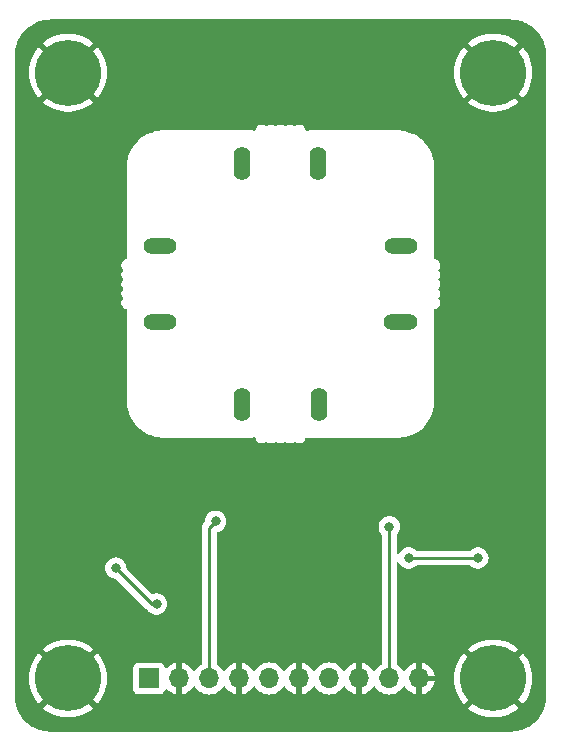
<source format=gbr>
%TF.GenerationSoftware,KiCad,Pcbnew,7.0.7*%
%TF.CreationDate,2023-10-25T15:55:26-07:00*%
%TF.ProjectId,sfh2430_breakout,73666832-3433-4305-9f62-7265616b6f75,rev?*%
%TF.SameCoordinates,Original*%
%TF.FileFunction,Copper,L2,Bot*%
%TF.FilePolarity,Positive*%
%FSLAX46Y46*%
G04 Gerber Fmt 4.6, Leading zero omitted, Abs format (unit mm)*
G04 Created by KiCad (PCBNEW 7.0.7) date 2023-10-25 15:55:26*
%MOMM*%
%LPD*%
G01*
G04 APERTURE LIST*
%TA.AperFunction,CastellatedPad*%
%ADD10C,1.400000*%
%TD*%
%TA.AperFunction,SMDPad,CuDef*%
%ADD11R,1.400000X1.400000*%
%TD*%
%TA.AperFunction,ComponentPad*%
%ADD12C,5.600000*%
%TD*%
%TA.AperFunction,ComponentPad*%
%ADD13R,1.700000X1.700000*%
%TD*%
%TA.AperFunction,ComponentPad*%
%ADD14O,1.700000X1.700000*%
%TD*%
%TA.AperFunction,ViaPad*%
%ADD15C,0.800000*%
%TD*%
%TA.AperFunction,Conductor*%
%ADD16C,0.250000*%
%TD*%
G04 APERTURE END LIST*
D10*
%TO.P,J9,1,Pin_1*%
%TO.N,Net-(D2-A)*%
X61900000Y-65450000D03*
D11*
X62600000Y-65450000D03*
D10*
X63300000Y-65450000D03*
%TD*%
D12*
%TO.P,H3,1,1*%
%TO.N,GND*%
X90800000Y-50800000D03*
%TD*%
D10*
%TO.P,J10,1,Pin_1*%
%TO.N,Net-(D3-K)*%
X69500000Y-59200000D03*
D11*
X69500000Y-58500000D03*
D10*
X69500000Y-57800000D03*
%TD*%
%TO.P,J7,1,Pin_1*%
%TO.N,Net-(D1-A)*%
X69550000Y-79600000D03*
D11*
X69550000Y-78900000D03*
D10*
X69550000Y-78200000D03*
%TD*%
%TO.P,J8,1,Pin_1*%
%TO.N,Net-(D2-K)*%
X61900000Y-71950000D03*
D11*
X62600000Y-71950000D03*
D10*
X63300000Y-71950000D03*
%TD*%
%TO.P,J6,1,Pin_1*%
%TO.N,Net-(D1-K)*%
X76050000Y-79600000D03*
D11*
X76050000Y-78900000D03*
D10*
X76050000Y-78200000D03*
%TD*%
D12*
%TO.P,H2,1,1*%
%TO.N,GND*%
X54800000Y-102100000D03*
%TD*%
D13*
%TO.P,J5,1,Pin_1*%
%TO.N,+3V3*%
X61675000Y-102100000D03*
D14*
%TO.P,J5,2,Pin_2*%
%TO.N,GND*%
X64215000Y-102100000D03*
%TO.P,J5,3,Pin_3*%
%TO.N,/OUTA*%
X66755000Y-102100000D03*
%TO.P,J5,4,Pin_4*%
%TO.N,GND*%
X69295000Y-102100000D03*
%TO.P,J5,5,Pin_5*%
%TO.N,/OUTB*%
X71835000Y-102100000D03*
%TO.P,J5,6,Pin_6*%
%TO.N,GND*%
X74375000Y-102100000D03*
%TO.P,J5,7,Pin_7*%
%TO.N,/OUTC*%
X76915000Y-102100000D03*
%TO.P,J5,8,Pin_8*%
%TO.N,GND*%
X79455000Y-102100000D03*
%TO.P,J5,9,Pin_9*%
%TO.N,/OUTD*%
X81995000Y-102100000D03*
%TO.P,J5,10,Pin_10*%
%TO.N,GND*%
X84535000Y-102100000D03*
%TD*%
D12*
%TO.P,H1,1,1*%
%TO.N,GND*%
X54800000Y-50800000D03*
%TD*%
D10*
%TO.P,J13,1,Pin_1*%
%TO.N,Net-(D4-A)*%
X82250000Y-71950000D03*
D11*
X82950000Y-71950000D03*
D10*
X83650000Y-71950000D03*
%TD*%
D12*
%TO.P,H4,1,1*%
%TO.N,GND*%
X90800000Y-102100000D03*
%TD*%
D10*
%TO.P,J11,1,Pin_1*%
%TO.N,Net-(D3-A)*%
X76000000Y-59200000D03*
D11*
X76000000Y-58500000D03*
D10*
X76000000Y-57800000D03*
%TD*%
%TO.P,J12,1,Pin_1*%
%TO.N,Net-(D4-K)*%
X82300000Y-65450000D03*
D11*
X83000000Y-65450000D03*
D10*
X83700000Y-65450000D03*
%TD*%
D15*
%TO.N,/OUTA*%
X67300000Y-88800000D03*
%TO.N,Net-(J2-Pin_2)*%
X62300000Y-95800000D03*
X58850000Y-92750000D03*
%TO.N,/OUTD*%
X82000000Y-89250000D03*
%TO.N,GND*%
X87250000Y-61950000D03*
X87250000Y-59450000D03*
%TO.N,Net-(J3-Pin_2)*%
X83650000Y-91900000D03*
X89500000Y-91900000D03*
%TD*%
D16*
%TO.N,/OUTA*%
X66755000Y-89345000D02*
X66755000Y-102100000D01*
X67300000Y-88800000D02*
X66755000Y-89345000D01*
%TO.N,Net-(J2-Pin_2)*%
X61900000Y-95800000D02*
X62300000Y-95800000D01*
X58850000Y-92750000D02*
X61900000Y-95800000D01*
%TO.N,/OUTD*%
X81995000Y-89255000D02*
X81995000Y-102100000D01*
X82000000Y-89250000D02*
X81995000Y-89255000D01*
%TO.N,+3V3*%
X61675000Y-102100000D02*
X61675000Y-101825000D01*
X61675000Y-101825000D02*
X61400000Y-101550000D01*
%TO.N,Net-(J3-Pin_2)*%
X89500000Y-91900000D02*
X83650000Y-91900000D01*
%TD*%
%TA.AperFunction,Conductor*%
%TO.N,GND*%
G36*
X92280300Y-46300584D02*
G01*
X92410034Y-46307383D01*
X92571269Y-46316446D01*
X92595891Y-46317831D01*
X92602098Y-46318495D01*
X92752583Y-46342328D01*
X92917075Y-46370276D01*
X92922709Y-46371507D01*
X93074354Y-46412139D01*
X93230651Y-46457167D01*
X93235658Y-46458846D01*
X93384154Y-46515847D01*
X93532942Y-46577476D01*
X93537322Y-46579496D01*
X93622427Y-46622859D01*
X93680085Y-46652237D01*
X93820416Y-46729794D01*
X93824146Y-46732033D01*
X93898176Y-46780108D01*
X93959155Y-46819708D01*
X94049143Y-46883557D01*
X94089421Y-46912136D01*
X94089691Y-46912327D01*
X94092820Y-46914700D01*
X94217153Y-47015382D01*
X94219397Y-47017292D01*
X94337673Y-47122989D01*
X94340178Y-47125359D01*
X94390227Y-47175407D01*
X94453323Y-47238502D01*
X94455712Y-47241030D01*
X94455933Y-47241277D01*
X94561395Y-47359288D01*
X94563326Y-47361558D01*
X94663984Y-47485859D01*
X94666341Y-47488965D01*
X94753852Y-47612300D01*
X94758982Y-47619530D01*
X94846641Y-47754512D01*
X94848908Y-47758290D01*
X94926454Y-47898600D01*
X94999190Y-48041353D01*
X95001229Y-48045775D01*
X95062838Y-48194510D01*
X95119839Y-48343002D01*
X95121534Y-48348059D01*
X95166552Y-48504316D01*
X95207186Y-48655965D01*
X95208423Y-48661629D01*
X95236368Y-48826100D01*
X95260199Y-48976562D01*
X95260865Y-48982789D01*
X95271488Y-49171935D01*
X95276816Y-49273604D01*
X95278095Y-49297998D01*
X95278180Y-49301244D01*
X95278180Y-103598376D01*
X95278095Y-103601622D01*
X95271081Y-103735444D01*
X95260905Y-103916829D01*
X95260238Y-103923059D01*
X95235805Y-104077329D01*
X95208512Y-104237960D01*
X95207275Y-104243624D01*
X95165987Y-104397714D01*
X95121682Y-104551497D01*
X95119987Y-104556554D01*
X95062278Y-104706892D01*
X95001439Y-104853768D01*
X94999400Y-104858190D01*
X94925906Y-105002432D01*
X94849192Y-105141233D01*
X94846925Y-105145010D01*
X94758447Y-105281258D01*
X94666734Y-105410512D01*
X94664352Y-105413652D01*
X94562807Y-105539049D01*
X94560854Y-105541346D01*
X94456189Y-105658463D01*
X94453800Y-105660991D01*
X94339675Y-105775115D01*
X94337148Y-105777505D01*
X94220040Y-105882158D01*
X94217744Y-105884112D01*
X94092330Y-105985670D01*
X94089188Y-105988052D01*
X93959952Y-106079749D01*
X93823693Y-106168236D01*
X93819915Y-106170503D01*
X93681119Y-106247213D01*
X93536875Y-106320708D01*
X93532452Y-106322746D01*
X93385573Y-106383586D01*
X93366486Y-106390912D01*
X93235246Y-106441289D01*
X93230190Y-106442984D01*
X93076405Y-106487290D01*
X92922299Y-106528580D01*
X92916635Y-106529818D01*
X92756077Y-106557097D01*
X92601713Y-106581543D01*
X92595487Y-106582209D01*
X92417400Y-106592210D01*
X92279919Y-106599415D01*
X92276673Y-106599500D01*
X53301624Y-106599500D01*
X53298378Y-106599415D01*
X53166617Y-106592509D01*
X52982985Y-106582196D01*
X52976758Y-106581530D01*
X52824369Y-106557394D01*
X52661835Y-106529778D01*
X52656171Y-106528541D01*
X52503297Y-106487579D01*
X52348273Y-106442916D01*
X52343217Y-106441221D01*
X52193829Y-106383877D01*
X52045997Y-106322643D01*
X52041575Y-106320604D01*
X51898078Y-106247488D01*
X51758531Y-106170364D01*
X51754767Y-106168106D01*
X51701875Y-106133758D01*
X51619127Y-106080019D01*
X51489243Y-105987862D01*
X51486102Y-105985480D01*
X51361260Y-105884385D01*
X51358964Y-105882431D01*
X51241277Y-105777260D01*
X51238750Y-105774870D01*
X51125128Y-105661248D01*
X51122738Y-105658721D01*
X51122507Y-105658463D01*
X51017567Y-105541034D01*
X51015613Y-105538738D01*
X50976844Y-105490862D01*
X50914510Y-105413886D01*
X50912136Y-105410755D01*
X50904504Y-105399999D01*
X50877054Y-105361311D01*
X50819980Y-105280872D01*
X50787406Y-105230715D01*
X50731882Y-105145215D01*
X50729641Y-105141480D01*
X50652793Y-105002432D01*
X50652511Y-105001921D01*
X50612899Y-104924180D01*
X50579388Y-104858412D01*
X50577355Y-104854000D01*
X50516122Y-104706170D01*
X50458769Y-104556759D01*
X50457082Y-104551724D01*
X50412420Y-104396702D01*
X50407315Y-104377650D01*
X50371453Y-104243811D01*
X50370226Y-104238194D01*
X50342601Y-104075606D01*
X50318465Y-103923212D01*
X50317803Y-103917027D01*
X50307503Y-103733628D01*
X50300584Y-103601620D01*
X50300500Y-103598377D01*
X50300500Y-102100002D01*
X51495153Y-102100002D01*
X51514526Y-102457314D01*
X51514527Y-102457331D01*
X51572415Y-102810431D01*
X51572421Y-102810457D01*
X51668147Y-103155232D01*
X51668149Y-103155239D01*
X51800597Y-103487659D01*
X51800606Y-103487677D01*
X51968218Y-103803827D01*
X52169033Y-104100007D01*
X52296441Y-104250003D01*
X52296442Y-104250004D01*
X53407413Y-103139032D01*
X53468736Y-103105547D01*
X53538427Y-103110531D01*
X53589381Y-103146179D01*
X53665130Y-103234870D01*
X53710987Y-103274035D01*
X53753816Y-103310615D01*
X53792009Y-103369122D01*
X53792507Y-103438990D01*
X53760965Y-103492586D01*
X52647255Y-104606295D01*
X52647256Y-104606296D01*
X52660485Y-104618828D01*
X52660486Y-104618829D01*
X52945367Y-104835388D01*
X52945370Y-104835390D01*
X53251990Y-105019876D01*
X53576739Y-105170122D01*
X53576744Y-105170123D01*
X53915855Y-105284383D01*
X54265339Y-105361311D01*
X54621075Y-105399999D01*
X54621085Y-105400000D01*
X54978915Y-105400000D01*
X54978924Y-105399999D01*
X55334660Y-105361311D01*
X55684144Y-105284383D01*
X56023255Y-105170123D01*
X56023260Y-105170122D01*
X56348009Y-105019876D01*
X56654629Y-104835390D01*
X56654632Y-104835388D01*
X56939504Y-104618836D01*
X56952742Y-104606294D01*
X55839033Y-103492586D01*
X55805548Y-103431263D01*
X55810532Y-103361571D01*
X55846180Y-103310617D01*
X55934870Y-103234870D01*
X56010617Y-103146180D01*
X56069121Y-103107990D01*
X56138989Y-103107490D01*
X56192586Y-103139033D01*
X57303556Y-104250003D01*
X57430964Y-104100008D01*
X57430975Y-104099994D01*
X57631781Y-103803827D01*
X57799393Y-103487677D01*
X57799402Y-103487659D01*
X57931850Y-103155239D01*
X57931852Y-103155232D01*
X57975543Y-102997870D01*
X60324500Y-102997870D01*
X60324501Y-102997876D01*
X60330908Y-103057483D01*
X60381202Y-103192328D01*
X60381206Y-103192335D01*
X60467452Y-103307544D01*
X60467455Y-103307547D01*
X60582664Y-103393793D01*
X60582671Y-103393797D01*
X60717517Y-103444091D01*
X60717516Y-103444091D01*
X60724444Y-103444835D01*
X60777127Y-103450500D01*
X62572872Y-103450499D01*
X62632483Y-103444091D01*
X62767331Y-103393796D01*
X62882546Y-103307546D01*
X62968796Y-103192331D01*
X63018002Y-103060401D01*
X63059872Y-103004468D01*
X63125337Y-102980050D01*
X63193610Y-102994901D01*
X63221865Y-103016053D01*
X63343917Y-103138105D01*
X63537421Y-103273600D01*
X63751507Y-103373429D01*
X63751516Y-103373433D01*
X63965000Y-103430634D01*
X63965000Y-102712301D01*
X63984685Y-102645262D01*
X64037489Y-102599507D01*
X64106647Y-102589563D01*
X64179237Y-102600000D01*
X64179238Y-102600000D01*
X64250762Y-102600000D01*
X64250763Y-102600000D01*
X64323353Y-102589563D01*
X64392512Y-102599507D01*
X64445315Y-102645262D01*
X64465000Y-102712301D01*
X64465000Y-103430633D01*
X64678483Y-103373433D01*
X64678492Y-103373429D01*
X64892578Y-103273600D01*
X65086082Y-103138105D01*
X65253105Y-102971082D01*
X65383119Y-102785405D01*
X65437696Y-102741781D01*
X65507195Y-102734588D01*
X65569549Y-102766110D01*
X65586269Y-102785405D01*
X65716505Y-102971401D01*
X65883599Y-103138495D01*
X65980384Y-103206264D01*
X66077165Y-103274032D01*
X66077167Y-103274033D01*
X66077170Y-103274035D01*
X66291337Y-103373903D01*
X66519592Y-103435063D01*
X66696034Y-103450500D01*
X66754999Y-103455659D01*
X66755000Y-103455659D01*
X66755001Y-103455659D01*
X66813966Y-103450500D01*
X66990408Y-103435063D01*
X67218663Y-103373903D01*
X67432830Y-103274035D01*
X67626401Y-103138495D01*
X67793495Y-102971401D01*
X67923730Y-102785405D01*
X67978307Y-102741781D01*
X68047805Y-102734587D01*
X68110160Y-102766110D01*
X68126879Y-102785405D01*
X68256890Y-102971078D01*
X68423917Y-103138105D01*
X68617421Y-103273600D01*
X68831507Y-103373429D01*
X68831516Y-103373433D01*
X69045000Y-103430634D01*
X69045000Y-102712301D01*
X69064685Y-102645262D01*
X69117489Y-102599507D01*
X69186647Y-102589563D01*
X69259237Y-102600000D01*
X69259238Y-102600000D01*
X69330762Y-102600000D01*
X69330763Y-102600000D01*
X69403353Y-102589563D01*
X69472512Y-102599507D01*
X69525315Y-102645262D01*
X69545000Y-102712301D01*
X69545000Y-103430633D01*
X69758483Y-103373433D01*
X69758492Y-103373429D01*
X69972578Y-103273600D01*
X70166082Y-103138105D01*
X70333105Y-102971082D01*
X70463119Y-102785405D01*
X70517696Y-102741781D01*
X70587195Y-102734588D01*
X70649549Y-102766110D01*
X70666269Y-102785405D01*
X70796505Y-102971401D01*
X70963599Y-103138495D01*
X71060384Y-103206264D01*
X71157165Y-103274032D01*
X71157167Y-103274033D01*
X71157170Y-103274035D01*
X71371337Y-103373903D01*
X71599592Y-103435063D01*
X71776034Y-103450500D01*
X71834999Y-103455659D01*
X71835000Y-103455659D01*
X71835001Y-103455659D01*
X71893966Y-103450500D01*
X72070408Y-103435063D01*
X72298663Y-103373903D01*
X72512830Y-103274035D01*
X72706401Y-103138495D01*
X72873495Y-102971401D01*
X73003730Y-102785405D01*
X73058307Y-102741781D01*
X73127805Y-102734587D01*
X73190160Y-102766110D01*
X73206879Y-102785405D01*
X73336890Y-102971078D01*
X73503917Y-103138105D01*
X73697421Y-103273600D01*
X73911507Y-103373429D01*
X73911516Y-103373433D01*
X74125000Y-103430634D01*
X74125000Y-102712301D01*
X74144685Y-102645262D01*
X74197489Y-102599507D01*
X74266647Y-102589563D01*
X74339237Y-102600000D01*
X74339238Y-102600000D01*
X74410762Y-102600000D01*
X74410763Y-102600000D01*
X74483353Y-102589563D01*
X74552512Y-102599507D01*
X74605315Y-102645262D01*
X74625000Y-102712301D01*
X74625000Y-103430633D01*
X74838483Y-103373433D01*
X74838492Y-103373429D01*
X75052578Y-103273600D01*
X75246082Y-103138105D01*
X75413105Y-102971082D01*
X75543119Y-102785405D01*
X75597696Y-102741781D01*
X75667195Y-102734588D01*
X75729549Y-102766110D01*
X75746269Y-102785405D01*
X75876505Y-102971401D01*
X76043599Y-103138495D01*
X76140384Y-103206264D01*
X76237165Y-103274032D01*
X76237167Y-103274033D01*
X76237170Y-103274035D01*
X76451337Y-103373903D01*
X76679592Y-103435063D01*
X76856034Y-103450500D01*
X76914999Y-103455659D01*
X76915000Y-103455659D01*
X76915001Y-103455659D01*
X76973966Y-103450500D01*
X77150408Y-103435063D01*
X77378663Y-103373903D01*
X77592830Y-103274035D01*
X77786401Y-103138495D01*
X77953495Y-102971401D01*
X78083730Y-102785405D01*
X78138307Y-102741781D01*
X78207805Y-102734587D01*
X78270160Y-102766110D01*
X78286879Y-102785405D01*
X78416890Y-102971078D01*
X78583917Y-103138105D01*
X78777421Y-103273600D01*
X78991507Y-103373429D01*
X78991516Y-103373433D01*
X79205000Y-103430634D01*
X79205000Y-102712301D01*
X79224685Y-102645262D01*
X79277489Y-102599507D01*
X79346647Y-102589563D01*
X79419237Y-102600000D01*
X79419238Y-102600000D01*
X79490762Y-102600000D01*
X79490763Y-102600000D01*
X79563353Y-102589563D01*
X79632512Y-102599507D01*
X79685315Y-102645262D01*
X79705000Y-102712301D01*
X79705000Y-103430633D01*
X79918483Y-103373433D01*
X79918492Y-103373429D01*
X80132578Y-103273600D01*
X80326082Y-103138105D01*
X80493105Y-102971082D01*
X80623119Y-102785405D01*
X80677696Y-102741781D01*
X80747195Y-102734588D01*
X80809549Y-102766110D01*
X80826269Y-102785405D01*
X80956505Y-102971401D01*
X81123599Y-103138495D01*
X81220384Y-103206264D01*
X81317165Y-103274032D01*
X81317167Y-103274033D01*
X81317170Y-103274035D01*
X81531337Y-103373903D01*
X81759592Y-103435063D01*
X81936034Y-103450500D01*
X81994999Y-103455659D01*
X81995000Y-103455659D01*
X81995001Y-103455659D01*
X82053966Y-103450500D01*
X82230408Y-103435063D01*
X82458663Y-103373903D01*
X82672830Y-103274035D01*
X82866401Y-103138495D01*
X83033495Y-102971401D01*
X83163730Y-102785405D01*
X83218307Y-102741781D01*
X83287805Y-102734587D01*
X83350160Y-102766110D01*
X83366879Y-102785405D01*
X83496890Y-102971078D01*
X83663917Y-103138105D01*
X83857421Y-103273600D01*
X84071507Y-103373429D01*
X84071516Y-103373433D01*
X84285000Y-103430634D01*
X84285000Y-102712301D01*
X84304685Y-102645262D01*
X84357489Y-102599507D01*
X84426647Y-102589563D01*
X84499237Y-102600000D01*
X84499238Y-102600000D01*
X84570762Y-102600000D01*
X84570763Y-102600000D01*
X84643352Y-102589563D01*
X84712510Y-102599507D01*
X84765314Y-102645261D01*
X84784999Y-102712301D01*
X84784999Y-103430634D01*
X84998483Y-103373433D01*
X84998492Y-103373429D01*
X85212578Y-103273600D01*
X85406082Y-103138105D01*
X85573105Y-102971082D01*
X85708600Y-102777578D01*
X85808429Y-102563492D01*
X85808432Y-102563486D01*
X85865636Y-102350000D01*
X85148347Y-102350000D01*
X85081308Y-102330315D01*
X85035553Y-102277511D01*
X85025609Y-102208353D01*
X85029369Y-102191067D01*
X85035000Y-102171888D01*
X85035000Y-102100002D01*
X87495153Y-102100002D01*
X87514526Y-102457314D01*
X87514527Y-102457331D01*
X87572415Y-102810431D01*
X87572421Y-102810457D01*
X87668147Y-103155232D01*
X87668149Y-103155239D01*
X87800597Y-103487659D01*
X87800606Y-103487677D01*
X87968218Y-103803827D01*
X88169033Y-104100007D01*
X88296441Y-104250003D01*
X88296442Y-104250004D01*
X89407413Y-103139032D01*
X89468736Y-103105547D01*
X89538427Y-103110531D01*
X89589381Y-103146179D01*
X89665130Y-103234870D01*
X89710987Y-103274035D01*
X89753816Y-103310615D01*
X89792009Y-103369122D01*
X89792507Y-103438990D01*
X89760965Y-103492586D01*
X88647255Y-104606295D01*
X88647256Y-104606296D01*
X88660485Y-104618828D01*
X88660486Y-104618829D01*
X88945367Y-104835388D01*
X88945370Y-104835390D01*
X89251990Y-105019876D01*
X89576739Y-105170122D01*
X89576744Y-105170123D01*
X89915855Y-105284383D01*
X90265339Y-105361311D01*
X90621075Y-105399999D01*
X90621085Y-105400000D01*
X90978915Y-105400000D01*
X90978924Y-105399999D01*
X91334660Y-105361311D01*
X91684144Y-105284383D01*
X92023255Y-105170123D01*
X92023260Y-105170122D01*
X92348009Y-105019876D01*
X92654629Y-104835390D01*
X92654632Y-104835388D01*
X92939504Y-104618836D01*
X92952742Y-104606294D01*
X91839033Y-103492586D01*
X91805548Y-103431263D01*
X91810532Y-103361571D01*
X91846180Y-103310617D01*
X91934870Y-103234870D01*
X92010617Y-103146180D01*
X92069121Y-103107990D01*
X92138989Y-103107490D01*
X92192586Y-103139033D01*
X93303556Y-104250003D01*
X93430964Y-104100008D01*
X93430975Y-104099994D01*
X93631781Y-103803827D01*
X93799393Y-103487677D01*
X93799402Y-103487659D01*
X93931850Y-103155239D01*
X93931852Y-103155232D01*
X94027578Y-102810457D01*
X94027584Y-102810431D01*
X94085472Y-102457331D01*
X94085473Y-102457314D01*
X94104847Y-102100002D01*
X94104847Y-102099997D01*
X94085473Y-101742685D01*
X94085472Y-101742668D01*
X94027584Y-101389568D01*
X94027578Y-101389542D01*
X93931852Y-101044767D01*
X93931850Y-101044760D01*
X93799402Y-100712340D01*
X93799393Y-100712322D01*
X93631781Y-100396172D01*
X93430966Y-100099992D01*
X93303557Y-99949995D01*
X93303556Y-99949994D01*
X92192586Y-101060965D01*
X92131263Y-101094450D01*
X92061571Y-101089466D01*
X92010615Y-101053816D01*
X91971203Y-101007671D01*
X91934870Y-100965130D01*
X91846179Y-100889381D01*
X91807989Y-100830878D01*
X91807489Y-100761010D01*
X91839032Y-100707413D01*
X92952743Y-99593703D01*
X92952742Y-99593702D01*
X92939514Y-99581171D01*
X92939513Y-99581170D01*
X92654632Y-99364611D01*
X92654629Y-99364609D01*
X92348009Y-99180123D01*
X92023260Y-99029877D01*
X92023255Y-99029876D01*
X91684144Y-98915616D01*
X91334660Y-98838688D01*
X90978924Y-98800000D01*
X90621075Y-98800000D01*
X90265339Y-98838688D01*
X89915855Y-98915616D01*
X89576744Y-99029876D01*
X89576739Y-99029877D01*
X89251990Y-99180123D01*
X88945370Y-99364609D01*
X88945367Y-99364611D01*
X88660491Y-99581166D01*
X88647256Y-99593703D01*
X88647255Y-99593703D01*
X89760966Y-100707413D01*
X89794451Y-100768736D01*
X89789467Y-100838428D01*
X89753817Y-100889384D01*
X89665130Y-100965130D01*
X89589384Y-101053817D01*
X89530877Y-101092010D01*
X89461009Y-101092508D01*
X89407413Y-101060966D01*
X88296442Y-99949994D01*
X88296441Y-99949995D01*
X88169040Y-100099983D01*
X88169033Y-100099993D01*
X87968218Y-100396172D01*
X87800606Y-100712322D01*
X87800597Y-100712340D01*
X87668149Y-101044760D01*
X87668147Y-101044767D01*
X87572421Y-101389542D01*
X87572415Y-101389568D01*
X87514527Y-101742668D01*
X87514526Y-101742685D01*
X87495153Y-102099997D01*
X87495153Y-102100002D01*
X85035000Y-102100002D01*
X85035000Y-102028111D01*
X85029369Y-102008933D01*
X85029370Y-101939064D01*
X85067145Y-101880286D01*
X85130701Y-101851262D01*
X85148347Y-101850000D01*
X85865636Y-101850000D01*
X85865635Y-101849999D01*
X85808432Y-101636513D01*
X85808429Y-101636507D01*
X85708600Y-101422422D01*
X85708599Y-101422420D01*
X85573113Y-101228926D01*
X85573108Y-101228920D01*
X85406082Y-101061894D01*
X85212578Y-100926399D01*
X84998492Y-100826570D01*
X84998486Y-100826567D01*
X84785000Y-100769364D01*
X84784999Y-100769364D01*
X84784999Y-101487698D01*
X84765314Y-101554738D01*
X84712510Y-101600492D01*
X84643353Y-101610436D01*
X84570764Y-101600000D01*
X84570763Y-101600000D01*
X84499237Y-101600000D01*
X84499233Y-101600000D01*
X84426645Y-101610436D01*
X84357487Y-101600492D01*
X84304684Y-101554736D01*
X84285000Y-101487698D01*
X84285000Y-100769364D01*
X84284999Y-100769364D01*
X84071513Y-100826567D01*
X84071507Y-100826570D01*
X83857422Y-100926399D01*
X83857420Y-100926400D01*
X83663926Y-101061886D01*
X83663920Y-101061891D01*
X83496891Y-101228920D01*
X83496890Y-101228922D01*
X83366880Y-101414595D01*
X83312303Y-101458219D01*
X83242804Y-101465412D01*
X83180450Y-101433890D01*
X83163730Y-101414594D01*
X83033494Y-101228597D01*
X82866402Y-101061506D01*
X82866401Y-101061505D01*
X82728763Y-100965130D01*
X82673376Y-100926347D01*
X82629751Y-100871770D01*
X82620500Y-100824772D01*
X82620500Y-92380627D01*
X82640185Y-92313588D01*
X82692989Y-92267833D01*
X82762147Y-92257889D01*
X82825703Y-92286914D01*
X82851884Y-92318624D01*
X82917466Y-92432214D01*
X82917467Y-92432216D01*
X83044129Y-92572888D01*
X83197265Y-92684148D01*
X83197270Y-92684151D01*
X83370192Y-92761142D01*
X83370197Y-92761144D01*
X83555354Y-92800500D01*
X83555355Y-92800500D01*
X83744644Y-92800500D01*
X83744646Y-92800500D01*
X83929803Y-92761144D01*
X84102730Y-92684151D01*
X84255871Y-92572888D01*
X84258788Y-92569647D01*
X84261600Y-92566526D01*
X84321087Y-92529879D01*
X84353748Y-92525500D01*
X88796252Y-92525500D01*
X88863291Y-92545185D01*
X88888400Y-92566526D01*
X88894126Y-92572885D01*
X88894130Y-92572889D01*
X89047265Y-92684148D01*
X89047270Y-92684151D01*
X89220192Y-92761142D01*
X89220197Y-92761144D01*
X89405354Y-92800500D01*
X89405355Y-92800500D01*
X89594644Y-92800500D01*
X89594646Y-92800500D01*
X89779803Y-92761144D01*
X89952730Y-92684151D01*
X90105871Y-92572888D01*
X90232533Y-92432216D01*
X90327179Y-92268284D01*
X90385674Y-92088256D01*
X90405460Y-91900000D01*
X90385674Y-91711744D01*
X90327179Y-91531716D01*
X90232533Y-91367784D01*
X90105871Y-91227112D01*
X90105870Y-91227111D01*
X89952734Y-91115851D01*
X89952729Y-91115848D01*
X89779807Y-91038857D01*
X89779802Y-91038855D01*
X89634000Y-91007865D01*
X89594646Y-90999500D01*
X89405354Y-90999500D01*
X89372897Y-91006398D01*
X89220197Y-91038855D01*
X89220192Y-91038857D01*
X89047270Y-91115848D01*
X89047265Y-91115851D01*
X88894130Y-91227110D01*
X88894126Y-91227114D01*
X88888400Y-91233474D01*
X88828913Y-91270121D01*
X88796252Y-91274500D01*
X84353748Y-91274500D01*
X84286709Y-91254815D01*
X84261600Y-91233474D01*
X84255873Y-91227114D01*
X84255869Y-91227110D01*
X84102734Y-91115851D01*
X84102729Y-91115848D01*
X83929807Y-91038857D01*
X83929802Y-91038855D01*
X83784001Y-91007865D01*
X83744646Y-90999500D01*
X83555354Y-90999500D01*
X83522897Y-91006398D01*
X83370197Y-91038855D01*
X83370192Y-91038857D01*
X83197270Y-91115848D01*
X83197265Y-91115851D01*
X83044129Y-91227111D01*
X82917466Y-91367785D01*
X82851887Y-91481372D01*
X82801320Y-91529587D01*
X82732713Y-91542811D01*
X82667849Y-91516843D01*
X82627320Y-91459929D01*
X82620500Y-91419372D01*
X82620500Y-89954240D01*
X82640185Y-89887201D01*
X82652350Y-89871268D01*
X82672079Y-89849356D01*
X82732533Y-89782216D01*
X82827179Y-89618284D01*
X82885674Y-89438256D01*
X82905460Y-89250000D01*
X82885674Y-89061744D01*
X82827179Y-88881716D01*
X82732533Y-88717784D01*
X82605871Y-88577112D01*
X82605870Y-88577111D01*
X82452734Y-88465851D01*
X82452729Y-88465848D01*
X82279807Y-88388857D01*
X82279802Y-88388855D01*
X82134001Y-88357865D01*
X82094646Y-88349500D01*
X81905354Y-88349500D01*
X81872897Y-88356398D01*
X81720197Y-88388855D01*
X81720192Y-88388857D01*
X81547270Y-88465848D01*
X81547265Y-88465851D01*
X81394129Y-88577111D01*
X81267466Y-88717785D01*
X81172821Y-88881715D01*
X81172818Y-88881722D01*
X81114327Y-89061740D01*
X81114326Y-89061744D01*
X81094540Y-89250000D01*
X81114326Y-89438256D01*
X81114327Y-89438259D01*
X81172818Y-89618277D01*
X81172821Y-89618284D01*
X81267467Y-89782216D01*
X81287009Y-89803919D01*
X81337650Y-89860162D01*
X81367880Y-89923153D01*
X81369500Y-89943134D01*
X81369500Y-100824773D01*
X81349815Y-100891812D01*
X81316623Y-100926348D01*
X81123597Y-101061505D01*
X80956508Y-101228594D01*
X80826269Y-101414595D01*
X80771692Y-101458219D01*
X80702193Y-101465412D01*
X80639839Y-101433890D01*
X80623119Y-101414594D01*
X80493113Y-101228926D01*
X80493108Y-101228920D01*
X80326082Y-101061894D01*
X80132578Y-100926399D01*
X79918492Y-100826570D01*
X79918486Y-100826567D01*
X79705000Y-100769364D01*
X79705000Y-101487698D01*
X79685315Y-101554737D01*
X79632511Y-101600492D01*
X79563355Y-101610436D01*
X79490766Y-101600000D01*
X79490763Y-101600000D01*
X79419237Y-101600000D01*
X79419233Y-101600000D01*
X79346645Y-101610436D01*
X79277487Y-101600492D01*
X79224684Y-101554736D01*
X79205000Y-101487698D01*
X79205000Y-100769364D01*
X79204999Y-100769364D01*
X78991513Y-100826567D01*
X78991507Y-100826570D01*
X78777422Y-100926399D01*
X78777420Y-100926400D01*
X78583926Y-101061886D01*
X78583920Y-101061891D01*
X78416891Y-101228920D01*
X78416890Y-101228922D01*
X78286880Y-101414595D01*
X78232303Y-101458219D01*
X78162804Y-101465412D01*
X78100450Y-101433890D01*
X78083730Y-101414594D01*
X77953494Y-101228597D01*
X77786402Y-101061506D01*
X77786395Y-101061501D01*
X77592834Y-100925967D01*
X77592830Y-100925965D01*
X77540500Y-100901563D01*
X77378663Y-100826097D01*
X77378659Y-100826096D01*
X77378655Y-100826094D01*
X77150413Y-100764938D01*
X77150403Y-100764936D01*
X76915001Y-100744341D01*
X76914999Y-100744341D01*
X76679596Y-100764936D01*
X76679586Y-100764938D01*
X76451344Y-100826094D01*
X76451335Y-100826098D01*
X76237171Y-100925964D01*
X76237169Y-100925965D01*
X76043597Y-101061505D01*
X75876508Y-101228594D01*
X75746269Y-101414595D01*
X75691692Y-101458219D01*
X75622193Y-101465412D01*
X75559839Y-101433890D01*
X75543119Y-101414594D01*
X75413113Y-101228926D01*
X75413108Y-101228920D01*
X75246082Y-101061894D01*
X75052578Y-100926399D01*
X74838492Y-100826570D01*
X74838486Y-100826567D01*
X74625000Y-100769364D01*
X74625000Y-101487698D01*
X74605315Y-101554737D01*
X74552511Y-101600492D01*
X74483355Y-101610436D01*
X74410766Y-101600000D01*
X74410763Y-101600000D01*
X74339237Y-101600000D01*
X74339233Y-101600000D01*
X74266645Y-101610436D01*
X74197487Y-101600492D01*
X74144684Y-101554736D01*
X74125000Y-101487698D01*
X74125000Y-100769364D01*
X74124999Y-100769364D01*
X73911513Y-100826567D01*
X73911507Y-100826570D01*
X73697422Y-100926399D01*
X73697420Y-100926400D01*
X73503926Y-101061886D01*
X73503920Y-101061891D01*
X73336891Y-101228920D01*
X73336890Y-101228922D01*
X73206880Y-101414595D01*
X73152303Y-101458219D01*
X73082804Y-101465412D01*
X73020450Y-101433890D01*
X73003730Y-101414594D01*
X72873494Y-101228597D01*
X72706402Y-101061506D01*
X72706395Y-101061501D01*
X72512834Y-100925967D01*
X72512830Y-100925965D01*
X72460500Y-100901563D01*
X72298663Y-100826097D01*
X72298659Y-100826096D01*
X72298655Y-100826094D01*
X72070413Y-100764938D01*
X72070403Y-100764936D01*
X71835001Y-100744341D01*
X71834999Y-100744341D01*
X71599596Y-100764936D01*
X71599586Y-100764938D01*
X71371344Y-100826094D01*
X71371335Y-100826098D01*
X71157171Y-100925964D01*
X71157169Y-100925965D01*
X70963597Y-101061505D01*
X70796508Y-101228594D01*
X70666269Y-101414595D01*
X70611692Y-101458219D01*
X70542193Y-101465412D01*
X70479839Y-101433890D01*
X70463119Y-101414594D01*
X70333113Y-101228926D01*
X70333108Y-101228920D01*
X70166082Y-101061894D01*
X69972578Y-100926399D01*
X69758492Y-100826570D01*
X69758486Y-100826567D01*
X69545000Y-100769364D01*
X69545000Y-101487698D01*
X69525315Y-101554737D01*
X69472511Y-101600492D01*
X69403355Y-101610436D01*
X69330766Y-101600000D01*
X69330763Y-101600000D01*
X69259237Y-101600000D01*
X69259233Y-101600000D01*
X69186645Y-101610436D01*
X69117487Y-101600492D01*
X69064684Y-101554736D01*
X69045000Y-101487698D01*
X69045000Y-100769364D01*
X69044999Y-100769364D01*
X68831513Y-100826567D01*
X68831507Y-100826570D01*
X68617422Y-100926399D01*
X68617420Y-100926400D01*
X68423926Y-101061886D01*
X68423920Y-101061891D01*
X68256891Y-101228920D01*
X68256890Y-101228922D01*
X68126880Y-101414595D01*
X68072303Y-101458219D01*
X68002804Y-101465412D01*
X67940450Y-101433890D01*
X67923730Y-101414594D01*
X67793494Y-101228597D01*
X67626402Y-101061506D01*
X67626401Y-101061505D01*
X67488763Y-100965130D01*
X67433376Y-100926347D01*
X67389751Y-100871770D01*
X67380500Y-100824772D01*
X67380500Y-89803919D01*
X67400185Y-89736880D01*
X67452989Y-89691125D01*
X67478705Y-89682632D01*
X67579803Y-89661144D01*
X67579807Y-89661142D01*
X67579808Y-89661142D01*
X67676067Y-89618284D01*
X67752730Y-89584151D01*
X67905871Y-89472888D01*
X68032533Y-89332216D01*
X68127179Y-89168284D01*
X68185674Y-88988256D01*
X68205460Y-88800000D01*
X68185674Y-88611744D01*
X68127179Y-88431716D01*
X68032533Y-88267784D01*
X67905871Y-88127112D01*
X67905870Y-88127111D01*
X67752734Y-88015851D01*
X67752729Y-88015848D01*
X67579807Y-87938857D01*
X67579802Y-87938855D01*
X67434001Y-87907865D01*
X67394646Y-87899500D01*
X67205354Y-87899500D01*
X67172897Y-87906398D01*
X67020197Y-87938855D01*
X67020192Y-87938857D01*
X66847270Y-88015848D01*
X66847265Y-88015851D01*
X66694129Y-88127111D01*
X66567466Y-88267785D01*
X66472821Y-88431715D01*
X66472818Y-88431722D01*
X66414327Y-88611740D01*
X66414326Y-88611744D01*
X66403181Y-88717784D01*
X66396957Y-88777001D01*
X66370372Y-88841615D01*
X66354803Y-88857424D01*
X66305772Y-88909636D01*
X66284889Y-88930519D01*
X66284877Y-88930532D01*
X66280621Y-88936017D01*
X66276837Y-88940447D01*
X66244937Y-88974418D01*
X66244936Y-88974420D01*
X66235284Y-88991976D01*
X66224610Y-89008226D01*
X66212329Y-89024061D01*
X66212324Y-89024068D01*
X66193815Y-89066838D01*
X66191245Y-89072084D01*
X66168803Y-89112906D01*
X66163822Y-89132307D01*
X66157521Y-89150710D01*
X66149562Y-89169102D01*
X66149561Y-89169106D01*
X66142271Y-89215127D01*
X66141087Y-89220846D01*
X66129499Y-89265983D01*
X66129499Y-89286019D01*
X66127973Y-89305407D01*
X66124840Y-89325192D01*
X66124840Y-89325195D01*
X66129225Y-89371583D01*
X66129500Y-89377421D01*
X66129499Y-100824773D01*
X66109814Y-100891812D01*
X66076623Y-100926348D01*
X65883594Y-101061508D01*
X65716508Y-101228594D01*
X65586269Y-101414595D01*
X65531692Y-101458219D01*
X65462193Y-101465412D01*
X65399839Y-101433890D01*
X65383119Y-101414594D01*
X65253113Y-101228926D01*
X65253108Y-101228920D01*
X65086082Y-101061894D01*
X64892578Y-100926399D01*
X64678492Y-100826570D01*
X64678486Y-100826567D01*
X64465000Y-100769364D01*
X64465000Y-101487698D01*
X64445315Y-101554737D01*
X64392511Y-101600492D01*
X64323355Y-101610436D01*
X64250766Y-101600000D01*
X64250763Y-101600000D01*
X64179237Y-101600000D01*
X64179233Y-101600000D01*
X64106645Y-101610436D01*
X64037487Y-101600492D01*
X63984684Y-101554736D01*
X63965000Y-101487698D01*
X63964999Y-100769364D01*
X63751513Y-100826567D01*
X63751507Y-100826570D01*
X63537422Y-100926399D01*
X63537420Y-100926400D01*
X63343926Y-101061886D01*
X63221865Y-101183947D01*
X63160542Y-101217431D01*
X63090850Y-101212447D01*
X63034917Y-101170575D01*
X63018002Y-101139598D01*
X62968797Y-101007671D01*
X62968793Y-101007664D01*
X62882547Y-100892455D01*
X62882544Y-100892452D01*
X62767335Y-100806206D01*
X62767328Y-100806202D01*
X62632482Y-100755908D01*
X62632483Y-100755908D01*
X62572883Y-100749501D01*
X62572881Y-100749500D01*
X62572873Y-100749500D01*
X62572864Y-100749500D01*
X60777129Y-100749500D01*
X60777123Y-100749501D01*
X60717516Y-100755908D01*
X60582671Y-100806202D01*
X60582664Y-100806206D01*
X60467455Y-100892452D01*
X60467452Y-100892455D01*
X60381206Y-101007664D01*
X60381202Y-101007671D01*
X60330908Y-101142517D01*
X60324501Y-101202116D01*
X60324500Y-101202135D01*
X60324500Y-102997870D01*
X57975543Y-102997870D01*
X58027578Y-102810457D01*
X58027584Y-102810431D01*
X58085472Y-102457331D01*
X58085473Y-102457314D01*
X58104847Y-102100002D01*
X58104847Y-102099997D01*
X58085473Y-101742685D01*
X58085472Y-101742668D01*
X58027584Y-101389568D01*
X58027578Y-101389542D01*
X57931852Y-101044767D01*
X57931850Y-101044760D01*
X57799402Y-100712340D01*
X57799393Y-100712322D01*
X57631781Y-100396172D01*
X57430966Y-100099992D01*
X57303557Y-99949995D01*
X57303556Y-99949994D01*
X56192586Y-101060965D01*
X56131263Y-101094450D01*
X56061571Y-101089466D01*
X56010615Y-101053816D01*
X55971203Y-101007671D01*
X55934870Y-100965130D01*
X55846179Y-100889381D01*
X55807989Y-100830878D01*
X55807489Y-100761010D01*
X55839032Y-100707413D01*
X56952743Y-99593703D01*
X56952742Y-99593702D01*
X56939514Y-99581171D01*
X56939513Y-99581170D01*
X56654632Y-99364611D01*
X56654629Y-99364609D01*
X56348009Y-99180123D01*
X56023260Y-99029877D01*
X56023255Y-99029876D01*
X55684144Y-98915616D01*
X55334660Y-98838688D01*
X54978924Y-98800000D01*
X54621075Y-98800000D01*
X54265339Y-98838688D01*
X53915855Y-98915616D01*
X53576744Y-99029876D01*
X53576739Y-99029877D01*
X53251990Y-99180123D01*
X52945370Y-99364609D01*
X52945367Y-99364611D01*
X52660491Y-99581166D01*
X52647256Y-99593703D01*
X52647255Y-99593703D01*
X53760966Y-100707413D01*
X53794451Y-100768736D01*
X53789467Y-100838428D01*
X53753817Y-100889384D01*
X53665130Y-100965130D01*
X53589384Y-101053817D01*
X53530877Y-101092010D01*
X53461009Y-101092508D01*
X53407413Y-101060966D01*
X52296442Y-99949994D01*
X52296441Y-99949995D01*
X52169040Y-100099983D01*
X52169033Y-100099993D01*
X51968218Y-100396172D01*
X51800606Y-100712322D01*
X51800597Y-100712340D01*
X51668149Y-101044760D01*
X51668147Y-101044767D01*
X51572421Y-101389542D01*
X51572415Y-101389568D01*
X51514527Y-101742668D01*
X51514526Y-101742685D01*
X51495153Y-102099997D01*
X51495153Y-102100002D01*
X50300500Y-102100002D01*
X50300500Y-92750000D01*
X57944540Y-92750000D01*
X57964326Y-92938256D01*
X57964327Y-92938259D01*
X58022818Y-93118277D01*
X58022821Y-93118284D01*
X58117467Y-93282216D01*
X58244128Y-93422888D01*
X58244129Y-93422888D01*
X58397265Y-93534148D01*
X58397270Y-93534151D01*
X58570192Y-93611142D01*
X58570197Y-93611144D01*
X58755354Y-93650500D01*
X58814548Y-93650500D01*
X58881587Y-93670185D01*
X58902229Y-93686819D01*
X61399197Y-96183788D01*
X61409022Y-96196051D01*
X61409243Y-96195869D01*
X61414214Y-96201878D01*
X61440217Y-96226295D01*
X61464635Y-96249226D01*
X61485529Y-96270120D01*
X61491011Y-96274373D01*
X61495443Y-96278157D01*
X61529418Y-96310062D01*
X61529421Y-96310064D01*
X61529423Y-96310065D01*
X61546882Y-96319663D01*
X61579292Y-96345350D01*
X61694129Y-96472888D01*
X61694133Y-96472892D01*
X61694135Y-96472893D01*
X61847265Y-96584148D01*
X61847270Y-96584151D01*
X62020192Y-96661142D01*
X62020197Y-96661144D01*
X62205354Y-96700500D01*
X62205355Y-96700500D01*
X62394644Y-96700500D01*
X62394646Y-96700500D01*
X62579803Y-96661144D01*
X62752730Y-96584151D01*
X62905871Y-96472888D01*
X63032533Y-96332216D01*
X63127179Y-96168284D01*
X63185674Y-95988256D01*
X63205460Y-95800000D01*
X63185674Y-95611744D01*
X63127179Y-95431716D01*
X63032533Y-95267784D01*
X62905871Y-95127112D01*
X62905870Y-95127111D01*
X62752734Y-95015851D01*
X62752729Y-95015848D01*
X62579807Y-94938857D01*
X62579802Y-94938855D01*
X62434001Y-94907865D01*
X62394646Y-94899500D01*
X62205354Y-94899500D01*
X62168322Y-94907371D01*
X62020193Y-94938856D01*
X62019426Y-94939106D01*
X62018958Y-94939119D01*
X62013841Y-94940207D01*
X62013641Y-94939270D01*
X61949585Y-94941092D01*
X61893442Y-94908851D01*
X59788960Y-92804369D01*
X59755475Y-92743046D01*
X59753323Y-92729668D01*
X59735674Y-92561744D01*
X59677179Y-92381716D01*
X59582533Y-92217784D01*
X59455871Y-92077112D01*
X59455870Y-92077111D01*
X59302734Y-91965851D01*
X59302729Y-91965848D01*
X59129807Y-91888857D01*
X59129802Y-91888855D01*
X58984000Y-91857865D01*
X58944646Y-91849500D01*
X58755354Y-91849500D01*
X58722897Y-91856398D01*
X58570197Y-91888855D01*
X58570192Y-91888857D01*
X58397270Y-91965848D01*
X58397265Y-91965851D01*
X58244129Y-92077111D01*
X58117466Y-92217785D01*
X58022821Y-92381715D01*
X58022818Y-92381722D01*
X57969706Y-92545185D01*
X57964326Y-92561744D01*
X57944540Y-92750000D01*
X50300500Y-92750000D01*
X50300500Y-70371963D01*
X59299500Y-70371963D01*
X59340045Y-70510050D01*
X59340047Y-70510053D01*
X59417857Y-70631128D01*
X59526627Y-70725377D01*
X59657543Y-70785165D01*
X59716474Y-70793637D01*
X59780028Y-70822661D01*
X59817804Y-70881438D01*
X59820721Y-70939133D01*
X59820472Y-70940467D01*
X59819296Y-70946759D01*
X59817682Y-70953366D01*
X59815676Y-70959977D01*
X59815531Y-70966899D01*
X59799500Y-71052657D01*
X59799500Y-71149901D01*
X59799497Y-71152070D01*
X59799201Y-71158104D01*
X59798182Y-71168446D01*
X59799471Y-71176135D01*
X59791576Y-78544240D01*
X59791531Y-78544392D01*
X59791531Y-78544606D01*
X59791485Y-78544762D01*
X59791485Y-78758503D01*
X59812053Y-78954180D01*
X59812300Y-78957273D01*
X59816491Y-79033846D01*
X59822259Y-79051279D01*
X59825458Y-79081716D01*
X59873393Y-79307228D01*
X59884118Y-79370346D01*
X59889174Y-79381469D01*
X59893025Y-79399584D01*
X59893026Y-79399588D01*
X59893027Y-79399591D01*
X59943140Y-79553820D01*
X59976908Y-79657745D01*
X59988273Y-79697196D01*
X59991504Y-79702668D01*
X59993454Y-79708668D01*
X59993457Y-79708676D01*
X60125633Y-80005543D01*
X60125637Y-80005551D01*
X60125639Y-80005554D01*
X60288132Y-80286996D01*
X60366980Y-80395519D01*
X60479156Y-80549915D01*
X60479157Y-80549916D01*
X60696610Y-80791419D01*
X60754849Y-80843856D01*
X60938124Y-81008875D01*
X61201042Y-81199893D01*
X61482487Y-81362382D01*
X61779375Y-81494562D01*
X61785356Y-81496505D01*
X61789542Y-81499367D01*
X61830312Y-81511112D01*
X62088435Y-81594979D01*
X62088438Y-81594979D01*
X62088454Y-81594985D01*
X62106580Y-81598837D01*
X62115137Y-81603457D01*
X62180805Y-81614614D01*
X62286400Y-81637058D01*
X62406316Y-81662546D01*
X62406326Y-81662547D01*
X62406336Y-81662550D01*
X62436894Y-81665761D01*
X62449950Y-81671132D01*
X62530385Y-81675659D01*
X62533345Y-81675898D01*
X62729539Y-81696517D01*
X62891934Y-81696515D01*
X70248177Y-81700471D01*
X70248275Y-81700500D01*
X70274089Y-81700500D01*
X70279323Y-81702037D01*
X70291896Y-81700799D01*
X70297977Y-81700500D01*
X70397342Y-81700500D01*
X70397343Y-81700500D01*
X70483109Y-81684467D01*
X70487930Y-81684954D01*
X70496602Y-81682324D01*
X70503210Y-81680709D01*
X70554470Y-81671127D01*
X70623981Y-81678158D01*
X70678660Y-81721655D01*
X70695439Y-81763910D01*
X70697001Y-81763452D01*
X70740045Y-81910050D01*
X70740047Y-81910053D01*
X70817857Y-82031128D01*
X70926627Y-82125377D01*
X71057543Y-82185165D01*
X71164201Y-82200500D01*
X71164204Y-82200500D01*
X71235796Y-82200500D01*
X71235799Y-82200500D01*
X71342457Y-82185165D01*
X71473373Y-82125377D01*
X71473375Y-82125374D01*
X71473377Y-82125374D01*
X71518797Y-82086017D01*
X71582352Y-82056991D01*
X71651511Y-82066934D01*
X71681203Y-82086017D01*
X71726622Y-82125374D01*
X71726625Y-82125375D01*
X71726627Y-82125377D01*
X71857543Y-82185165D01*
X71964201Y-82200500D01*
X71964204Y-82200500D01*
X72035796Y-82200500D01*
X72035799Y-82200500D01*
X72142457Y-82185165D01*
X72273373Y-82125377D01*
X72273375Y-82125374D01*
X72273377Y-82125374D01*
X72318797Y-82086017D01*
X72382352Y-82056991D01*
X72451511Y-82066934D01*
X72481203Y-82086017D01*
X72526622Y-82125374D01*
X72526625Y-82125375D01*
X72526627Y-82125377D01*
X72657543Y-82185165D01*
X72764201Y-82200500D01*
X72764204Y-82200500D01*
X72835796Y-82200500D01*
X72835799Y-82200500D01*
X72942457Y-82185165D01*
X73073373Y-82125377D01*
X73073375Y-82125374D01*
X73073377Y-82125374D01*
X73118797Y-82086017D01*
X73182352Y-82056991D01*
X73251511Y-82066934D01*
X73281203Y-82086017D01*
X73326622Y-82125374D01*
X73326625Y-82125375D01*
X73326627Y-82125377D01*
X73457543Y-82185165D01*
X73564201Y-82200500D01*
X73564204Y-82200500D01*
X73635796Y-82200500D01*
X73635799Y-82200500D01*
X73742457Y-82185165D01*
X73873373Y-82125377D01*
X73873375Y-82125374D01*
X73873377Y-82125374D01*
X73918797Y-82086017D01*
X73982352Y-82056991D01*
X74051511Y-82066934D01*
X74081203Y-82086017D01*
X74126622Y-82125374D01*
X74126625Y-82125375D01*
X74126627Y-82125377D01*
X74257543Y-82185165D01*
X74364201Y-82200500D01*
X74364204Y-82200500D01*
X74435796Y-82200500D01*
X74435799Y-82200500D01*
X74542457Y-82185165D01*
X74673373Y-82125377D01*
X74782143Y-82031128D01*
X74859953Y-81910053D01*
X74900500Y-81771961D01*
X74900500Y-81771960D01*
X74901923Y-81767114D01*
X74939696Y-81708336D01*
X75003252Y-81679310D01*
X75056897Y-81683388D01*
X75059966Y-81684319D01*
X75066872Y-81684463D01*
X75152657Y-81700500D01*
X75152659Y-81700500D01*
X75249900Y-81700500D01*
X75252081Y-81700502D01*
X75258115Y-81700799D01*
X75268444Y-81701816D01*
X75276128Y-81700528D01*
X82682872Y-81708440D01*
X82683006Y-81708468D01*
X82707968Y-81708468D01*
X82870459Y-81708470D01*
X83065633Y-81687958D01*
X83068614Y-81687717D01*
X83145657Y-81683392D01*
X83162652Y-81677761D01*
X83193660Y-81674503D01*
X83193670Y-81674500D01*
X83193675Y-81674500D01*
X83239659Y-81664726D01*
X83418142Y-81626789D01*
X83481727Y-81615987D01*
X83492944Y-81610890D01*
X83511541Y-81606938D01*
X83637397Y-81566045D01*
X83768465Y-81523460D01*
X83808557Y-81511910D01*
X83814124Y-81508625D01*
X83816393Y-81507887D01*
X83820617Y-81506515D01*
X84117503Y-81374334D01*
X84398946Y-81211844D01*
X84661862Y-81020826D01*
X84903371Y-80803371D01*
X85120826Y-80561862D01*
X85311844Y-80298946D01*
X85474334Y-80017503D01*
X85606515Y-79720617D01*
X85608624Y-79714124D01*
X85611530Y-79709873D01*
X85623460Y-79668465D01*
X85706934Y-79411553D01*
X85706933Y-79411553D01*
X85706938Y-79411541D01*
X85710890Y-79392945D01*
X85715546Y-79384319D01*
X85726789Y-79318142D01*
X85774503Y-79093660D01*
X85777761Y-79062655D01*
X85783176Y-79049493D01*
X85787716Y-78968622D01*
X85787956Y-78965651D01*
X85808470Y-78770459D01*
X85808468Y-78607968D01*
X85808468Y-78607468D01*
X85808468Y-78556709D01*
X85808411Y-78556189D01*
X85800528Y-71226135D01*
X85802058Y-71220903D01*
X85800799Y-71208115D01*
X85800502Y-71202081D01*
X85800500Y-71199900D01*
X85800500Y-71102657D01*
X85784467Y-71016889D01*
X85784954Y-71012069D01*
X85782323Y-71003396D01*
X85780712Y-70996807D01*
X85770180Y-70940467D01*
X85777213Y-70870952D01*
X85820711Y-70816274D01*
X85874421Y-70794946D01*
X85942457Y-70785165D01*
X86073373Y-70725377D01*
X86182143Y-70631128D01*
X86259953Y-70510053D01*
X86300500Y-70371961D01*
X86300500Y-70228039D01*
X86284986Y-70175202D01*
X86259954Y-70089949D01*
X86259952Y-70089944D01*
X86180965Y-69967038D01*
X86161280Y-69899999D01*
X86180965Y-69832959D01*
X86182140Y-69831130D01*
X86182143Y-69831128D01*
X86259953Y-69710053D01*
X86262979Y-69699749D01*
X86277683Y-69649668D01*
X86300500Y-69571961D01*
X86300500Y-69428039D01*
X86259953Y-69289948D01*
X86259952Y-69289944D01*
X86180965Y-69167038D01*
X86161280Y-69099999D01*
X86180965Y-69032959D01*
X86182140Y-69031130D01*
X86182143Y-69031128D01*
X86259953Y-68910053D01*
X86300500Y-68771961D01*
X86300500Y-68628039D01*
X86259953Y-68489948D01*
X86259952Y-68489944D01*
X86180965Y-68367038D01*
X86161280Y-68299999D01*
X86180965Y-68232959D01*
X86182140Y-68231130D01*
X86182143Y-68231128D01*
X86259953Y-68110053D01*
X86300500Y-67971961D01*
X86300500Y-67828039D01*
X86280860Y-67761151D01*
X86259954Y-67689949D01*
X86259952Y-67689944D01*
X86180965Y-67567038D01*
X86161280Y-67499999D01*
X86180965Y-67432959D01*
X86182140Y-67431130D01*
X86182143Y-67431128D01*
X86259953Y-67310053D01*
X86261828Y-67303669D01*
X86279819Y-67242394D01*
X86300500Y-67171961D01*
X86300500Y-67028039D01*
X86277439Y-66949500D01*
X86259954Y-66889949D01*
X86249875Y-66874266D01*
X86182143Y-66768872D01*
X86073373Y-66674623D01*
X86020552Y-66650500D01*
X85942456Y-66614834D01*
X85888804Y-66607120D01*
X85883524Y-66606361D01*
X85819970Y-66577337D01*
X85782195Y-66518559D01*
X85779283Y-66460841D01*
X85779528Y-66459529D01*
X85780710Y-66453205D01*
X85782324Y-66446604D01*
X85784314Y-66440041D01*
X85784460Y-66433143D01*
X85800500Y-66347343D01*
X85800500Y-66250000D01*
X85800500Y-66249721D01*
X85800501Y-66247925D01*
X85800799Y-66241883D01*
X85801815Y-66231559D01*
X85800527Y-66223866D01*
X85808393Y-58851784D01*
X85808449Y-58851595D01*
X85808449Y-58788001D01*
X85808400Y-58787505D01*
X85808405Y-58637510D01*
X85787996Y-58443280D01*
X85787759Y-58440331D01*
X85783412Y-58362877D01*
X85777752Y-58345783D01*
X85774446Y-58314313D01*
X85726989Y-58091016D01*
X85716090Y-58026861D01*
X85710947Y-58015537D01*
X85706888Y-57996437D01*
X85706887Y-57996434D01*
X85706886Y-57996429D01*
X85623877Y-57740935D01*
X85612108Y-57700080D01*
X85608756Y-57694396D01*
X85606468Y-57687352D01*
X85474293Y-57390465D01*
X85474288Y-57390456D01*
X85474288Y-57390455D01*
X85311810Y-57109025D01*
X85311804Y-57109017D01*
X85120792Y-56846104D01*
X84947071Y-56653164D01*
X84903339Y-56604593D01*
X84661838Y-56387142D01*
X84661837Y-56387141D01*
X84398919Y-56196119D01*
X84398918Y-56196118D01*
X84117478Y-56033629D01*
X83953219Y-55960497D01*
X83820594Y-55901449D01*
X83820590Y-55901447D01*
X83820584Y-55901445D01*
X83813546Y-55899158D01*
X83809214Y-55896195D01*
X83766981Y-55884029D01*
X83511537Y-55801032D01*
X83511528Y-55801029D01*
X83492398Y-55796963D01*
X83483693Y-55792262D01*
X83416871Y-55780910D01*
X83380587Y-55773198D01*
X83291326Y-55754225D01*
X83193645Y-55733464D01*
X83193644Y-55733463D01*
X83193640Y-55733463D01*
X83162146Y-55730153D01*
X83148871Y-55724691D01*
X83067543Y-55720137D01*
X83064553Y-55719896D01*
X82870439Y-55699497D01*
X82870436Y-55699497D01*
X82707949Y-55699500D01*
X75326005Y-55699500D01*
X75320746Y-55697955D01*
X75308104Y-55699201D01*
X75302023Y-55699500D01*
X75300500Y-55699500D01*
X75300000Y-55699500D01*
X75202657Y-55699500D01*
X75135580Y-55712039D01*
X75116911Y-55715529D01*
X75116889Y-55715533D01*
X75112062Y-55715044D01*
X75103379Y-55717679D01*
X75096770Y-55719294D01*
X75045532Y-55728872D01*
X74976017Y-55721841D01*
X74921338Y-55678343D01*
X74904563Y-55636088D01*
X74902999Y-55636548D01*
X74859954Y-55489949D01*
X74859953Y-55489947D01*
X74782143Y-55368872D01*
X74673373Y-55274623D01*
X74673371Y-55274622D01*
X74542456Y-55214834D01*
X74462611Y-55203355D01*
X74435799Y-55199500D01*
X74364201Y-55199500D01*
X74350794Y-55201427D01*
X74257543Y-55214834D01*
X74126628Y-55274622D01*
X74126622Y-55274625D01*
X74081202Y-55313983D01*
X74017647Y-55343008D01*
X73948488Y-55333064D01*
X73918798Y-55313983D01*
X73873377Y-55274625D01*
X73873371Y-55274622D01*
X73742456Y-55214834D01*
X73662611Y-55203355D01*
X73635799Y-55199500D01*
X73564201Y-55199500D01*
X73550794Y-55201427D01*
X73457543Y-55214834D01*
X73326628Y-55274622D01*
X73326622Y-55274625D01*
X73281202Y-55313983D01*
X73217647Y-55343008D01*
X73148488Y-55333064D01*
X73118798Y-55313983D01*
X73073377Y-55274625D01*
X73073371Y-55274622D01*
X72942456Y-55214834D01*
X72862611Y-55203355D01*
X72835799Y-55199500D01*
X72764201Y-55199500D01*
X72750794Y-55201427D01*
X72657543Y-55214834D01*
X72526628Y-55274622D01*
X72526622Y-55274625D01*
X72481202Y-55313983D01*
X72417647Y-55343008D01*
X72348488Y-55333064D01*
X72318798Y-55313983D01*
X72273377Y-55274625D01*
X72273371Y-55274622D01*
X72142456Y-55214834D01*
X72062611Y-55203355D01*
X72035799Y-55199500D01*
X71964201Y-55199500D01*
X71950794Y-55201427D01*
X71857543Y-55214834D01*
X71726628Y-55274622D01*
X71726622Y-55274625D01*
X71681202Y-55313983D01*
X71617647Y-55343008D01*
X71548488Y-55333064D01*
X71518798Y-55313983D01*
X71473377Y-55274625D01*
X71473371Y-55274622D01*
X71342456Y-55214834D01*
X71262611Y-55203355D01*
X71235799Y-55199500D01*
X71164201Y-55199500D01*
X71150794Y-55201427D01*
X71057543Y-55214834D01*
X70926628Y-55274622D01*
X70926626Y-55274623D01*
X70817856Y-55368873D01*
X70740045Y-55489948D01*
X70698076Y-55632886D01*
X70660302Y-55691664D01*
X70596746Y-55720689D01*
X70543107Y-55716613D01*
X70540016Y-55715675D01*
X70533089Y-55715529D01*
X70447343Y-55699500D01*
X70447341Y-55699500D01*
X70350099Y-55699500D01*
X70347928Y-55699497D01*
X70341895Y-55699201D01*
X70331560Y-55698183D01*
X70323863Y-55699471D01*
X62892531Y-55691531D01*
X62892031Y-55691531D01*
X62729541Y-55691531D01*
X62668421Y-55697955D01*
X62534416Y-55712039D01*
X62531412Y-55712281D01*
X62454365Y-55716608D01*
X62437357Y-55722240D01*
X62406348Y-55725499D01*
X62406335Y-55725502D01*
X62368877Y-55733464D01*
X62181939Y-55773198D01*
X62118295Y-55784012D01*
X62107068Y-55789112D01*
X62088466Y-55793066D01*
X62088463Y-55793067D01*
X61831586Y-55876531D01*
X61791466Y-55888089D01*
X61785899Y-55891374D01*
X61779405Y-55893484D01*
X61779394Y-55893488D01*
X61482502Y-56025673D01*
X61201063Y-56188161D01*
X61201058Y-56188164D01*
X60938151Y-56379177D01*
X60938142Y-56379184D01*
X60696637Y-56596637D01*
X60479184Y-56838142D01*
X60479177Y-56838151D01*
X60288164Y-57101058D01*
X60288161Y-57101063D01*
X60125673Y-57382502D01*
X59993488Y-57679394D01*
X59993484Y-57679405D01*
X59991374Y-57685899D01*
X59988470Y-57690143D01*
X59976531Y-57731586D01*
X59893067Y-57988463D01*
X59893066Y-57988466D01*
X59889112Y-58007068D01*
X59884454Y-58015694D01*
X59873198Y-58081943D01*
X59825502Y-58306335D01*
X59825499Y-58306348D01*
X59822240Y-58337356D01*
X59816825Y-58350515D01*
X59812282Y-58431404D01*
X59812040Y-58434409D01*
X59791531Y-58629544D01*
X59791531Y-58843297D01*
X59791587Y-58843816D01*
X59799471Y-66173863D01*
X59797940Y-66179095D01*
X59799201Y-66191894D01*
X59799497Y-66197929D01*
X59799499Y-66199981D01*
X59799499Y-66297340D01*
X59804600Y-66324625D01*
X59815524Y-66383064D01*
X59815533Y-66383109D01*
X59815044Y-66387935D01*
X59817677Y-66396613D01*
X59819292Y-66403222D01*
X59829818Y-66459529D01*
X59822788Y-66529044D01*
X59779291Y-66583723D01*
X59725577Y-66605053D01*
X59657543Y-66614834D01*
X59526628Y-66674622D01*
X59526626Y-66674623D01*
X59417856Y-66768873D01*
X59340045Y-66889949D01*
X59299500Y-67028036D01*
X59299500Y-67171963D01*
X59340045Y-67310050D01*
X59419035Y-67432961D01*
X59438719Y-67500000D01*
X59419035Y-67567039D01*
X59340045Y-67689949D01*
X59299500Y-67828036D01*
X59299500Y-67971963D01*
X59340045Y-68110050D01*
X59419035Y-68232961D01*
X59438719Y-68300000D01*
X59419035Y-68367039D01*
X59340045Y-68489949D01*
X59299500Y-68628036D01*
X59299500Y-68771963D01*
X59340045Y-68910050D01*
X59419035Y-69032961D01*
X59438719Y-69100000D01*
X59419035Y-69167039D01*
X59340045Y-69289949D01*
X59299500Y-69428036D01*
X59299500Y-69571963D01*
X59340045Y-69710050D01*
X59419035Y-69832961D01*
X59438719Y-69900000D01*
X59419035Y-69967039D01*
X59340045Y-70089949D01*
X59299500Y-70228036D01*
X59299500Y-70371963D01*
X50300500Y-70371963D01*
X50300500Y-50800002D01*
X51495153Y-50800002D01*
X51514526Y-51157314D01*
X51514527Y-51157331D01*
X51572415Y-51510431D01*
X51572421Y-51510457D01*
X51668147Y-51855232D01*
X51668149Y-51855239D01*
X51800597Y-52187659D01*
X51800606Y-52187677D01*
X51968218Y-52503827D01*
X52169033Y-52800007D01*
X52296441Y-52950003D01*
X52296442Y-52950004D01*
X53407413Y-51839032D01*
X53468736Y-51805547D01*
X53538427Y-51810531D01*
X53589381Y-51846179D01*
X53665130Y-51934870D01*
X53728855Y-51989296D01*
X53753816Y-52010615D01*
X53792009Y-52069122D01*
X53792507Y-52138990D01*
X53760965Y-52192586D01*
X52647255Y-53306295D01*
X52647256Y-53306296D01*
X52660485Y-53318828D01*
X52660486Y-53318829D01*
X52945367Y-53535388D01*
X52945370Y-53535390D01*
X53251990Y-53719876D01*
X53576739Y-53870122D01*
X53576744Y-53870123D01*
X53915855Y-53984383D01*
X54265339Y-54061311D01*
X54621075Y-54099999D01*
X54621085Y-54100000D01*
X54978915Y-54100000D01*
X54978924Y-54099999D01*
X55334660Y-54061311D01*
X55684144Y-53984383D01*
X56023255Y-53870123D01*
X56023260Y-53870122D01*
X56348009Y-53719876D01*
X56654629Y-53535390D01*
X56654632Y-53535388D01*
X56939504Y-53318836D01*
X56952742Y-53306294D01*
X55839033Y-52192586D01*
X55805548Y-52131263D01*
X55810532Y-52061571D01*
X55846180Y-52010617D01*
X55934870Y-51934870D01*
X56010617Y-51846180D01*
X56069121Y-51807990D01*
X56138989Y-51807490D01*
X56192586Y-51839033D01*
X57303556Y-52950003D01*
X57430964Y-52800008D01*
X57430975Y-52799994D01*
X57631781Y-52503827D01*
X57799393Y-52187677D01*
X57799402Y-52187659D01*
X57931850Y-51855239D01*
X57931852Y-51855232D01*
X58027578Y-51510457D01*
X58027584Y-51510431D01*
X58085472Y-51157331D01*
X58085473Y-51157314D01*
X58104847Y-50800002D01*
X87495153Y-50800002D01*
X87514526Y-51157314D01*
X87514527Y-51157331D01*
X87572415Y-51510431D01*
X87572421Y-51510457D01*
X87668147Y-51855232D01*
X87668149Y-51855239D01*
X87800597Y-52187659D01*
X87800606Y-52187677D01*
X87968218Y-52503827D01*
X88169033Y-52800007D01*
X88296441Y-52950003D01*
X88296442Y-52950004D01*
X89407413Y-51839032D01*
X89468736Y-51805547D01*
X89538427Y-51810531D01*
X89589381Y-51846179D01*
X89665130Y-51934870D01*
X89728855Y-51989296D01*
X89753816Y-52010615D01*
X89792009Y-52069122D01*
X89792507Y-52138990D01*
X89760965Y-52192586D01*
X88647255Y-53306295D01*
X88647256Y-53306296D01*
X88660485Y-53318828D01*
X88660486Y-53318829D01*
X88945367Y-53535388D01*
X88945370Y-53535390D01*
X89251990Y-53719876D01*
X89576739Y-53870122D01*
X89576744Y-53870123D01*
X89915855Y-53984383D01*
X90265339Y-54061311D01*
X90621075Y-54099999D01*
X90621085Y-54100000D01*
X90978915Y-54100000D01*
X90978924Y-54099999D01*
X91334660Y-54061311D01*
X91684144Y-53984383D01*
X92023255Y-53870123D01*
X92023260Y-53870122D01*
X92348009Y-53719876D01*
X92654629Y-53535390D01*
X92654632Y-53535388D01*
X92939504Y-53318836D01*
X92952742Y-53306294D01*
X91839033Y-52192586D01*
X91805548Y-52131263D01*
X91810532Y-52061571D01*
X91846180Y-52010617D01*
X91934870Y-51934870D01*
X92010617Y-51846180D01*
X92069121Y-51807990D01*
X92138989Y-51807490D01*
X92192586Y-51839033D01*
X93303556Y-52950003D01*
X93430964Y-52800008D01*
X93430975Y-52799994D01*
X93631781Y-52503827D01*
X93799393Y-52187677D01*
X93799402Y-52187659D01*
X93931850Y-51855239D01*
X93931852Y-51855232D01*
X94027578Y-51510457D01*
X94027584Y-51510431D01*
X94085472Y-51157331D01*
X94085473Y-51157314D01*
X94104847Y-50800002D01*
X94104847Y-50799997D01*
X94085473Y-50442685D01*
X94085472Y-50442668D01*
X94027584Y-50089568D01*
X94027578Y-50089542D01*
X93931852Y-49744767D01*
X93931850Y-49744760D01*
X93799402Y-49412340D01*
X93799393Y-49412322D01*
X93631781Y-49096172D01*
X93430966Y-48799992D01*
X93303557Y-48649995D01*
X93303556Y-48649994D01*
X92192586Y-49760965D01*
X92131263Y-49794450D01*
X92061571Y-49789466D01*
X92010615Y-49753816D01*
X91989296Y-49728855D01*
X91934870Y-49665130D01*
X91846179Y-49589381D01*
X91807989Y-49530878D01*
X91807489Y-49461010D01*
X91839032Y-49407413D01*
X92952743Y-48293703D01*
X92952742Y-48293702D01*
X92939514Y-48281171D01*
X92939513Y-48281170D01*
X92654632Y-48064611D01*
X92654629Y-48064609D01*
X92348009Y-47880123D01*
X92023260Y-47729877D01*
X92023255Y-47729876D01*
X91684144Y-47615616D01*
X91334660Y-47538688D01*
X90978924Y-47500000D01*
X90621075Y-47500000D01*
X90265339Y-47538688D01*
X89915855Y-47615616D01*
X89576744Y-47729876D01*
X89576739Y-47729877D01*
X89251990Y-47880123D01*
X88945370Y-48064609D01*
X88945367Y-48064611D01*
X88660491Y-48281166D01*
X88647256Y-48293703D01*
X88647255Y-48293703D01*
X89760966Y-49407413D01*
X89794451Y-49468736D01*
X89789467Y-49538428D01*
X89753817Y-49589384D01*
X89665130Y-49665130D01*
X89589384Y-49753817D01*
X89530877Y-49792010D01*
X89461009Y-49792508D01*
X89407413Y-49760966D01*
X88296442Y-48649994D01*
X88296441Y-48649995D01*
X88169040Y-48799983D01*
X88169033Y-48799993D01*
X87968218Y-49096172D01*
X87800606Y-49412322D01*
X87800597Y-49412340D01*
X87668149Y-49744760D01*
X87668147Y-49744767D01*
X87572421Y-50089542D01*
X87572415Y-50089568D01*
X87514527Y-50442668D01*
X87514526Y-50442685D01*
X87495153Y-50799997D01*
X87495153Y-50800002D01*
X58104847Y-50800002D01*
X58104847Y-50799997D01*
X58085473Y-50442685D01*
X58085472Y-50442668D01*
X58027584Y-50089568D01*
X58027578Y-50089542D01*
X57931852Y-49744767D01*
X57931850Y-49744760D01*
X57799402Y-49412340D01*
X57799393Y-49412322D01*
X57631781Y-49096172D01*
X57430966Y-48799992D01*
X57303557Y-48649995D01*
X57303556Y-48649994D01*
X56192586Y-49760965D01*
X56131263Y-49794450D01*
X56061571Y-49789466D01*
X56010615Y-49753816D01*
X55989296Y-49728855D01*
X55934870Y-49665130D01*
X55846179Y-49589381D01*
X55807989Y-49530878D01*
X55807489Y-49461010D01*
X55839032Y-49407413D01*
X56952743Y-48293703D01*
X56952742Y-48293702D01*
X56939514Y-48281171D01*
X56939513Y-48281170D01*
X56654632Y-48064611D01*
X56654629Y-48064609D01*
X56348009Y-47880123D01*
X56023260Y-47729877D01*
X56023255Y-47729876D01*
X55684144Y-47615616D01*
X55334660Y-47538688D01*
X54978924Y-47500000D01*
X54621075Y-47500000D01*
X54265339Y-47538688D01*
X53915855Y-47615616D01*
X53576744Y-47729876D01*
X53576739Y-47729877D01*
X53251990Y-47880123D01*
X52945370Y-48064609D01*
X52945367Y-48064611D01*
X52660491Y-48281166D01*
X52647256Y-48293703D01*
X52647255Y-48293703D01*
X53760966Y-49407413D01*
X53794451Y-49468736D01*
X53789467Y-49538428D01*
X53753817Y-49589384D01*
X53665130Y-49665130D01*
X53589384Y-49753817D01*
X53530877Y-49792010D01*
X53461009Y-49792508D01*
X53407413Y-49760966D01*
X52296442Y-48649994D01*
X52296441Y-48649995D01*
X52169040Y-48799983D01*
X52169033Y-48799993D01*
X51968218Y-49096172D01*
X51800606Y-49412322D01*
X51800597Y-49412340D01*
X51668149Y-49744760D01*
X51668147Y-49744767D01*
X51572421Y-50089542D01*
X51572415Y-50089568D01*
X51514527Y-50442668D01*
X51514526Y-50442685D01*
X51495153Y-50799997D01*
X51495153Y-50800002D01*
X50300500Y-50800002D01*
X50300500Y-49301622D01*
X50300585Y-49298376D01*
X50301883Y-49273604D01*
X50307497Y-49166486D01*
X50317803Y-48982968D01*
X50318464Y-48976791D01*
X50342611Y-48824331D01*
X50370227Y-48661796D01*
X50371451Y-48656196D01*
X50412425Y-48503279D01*
X50457083Y-48348268D01*
X50458764Y-48343254D01*
X50516127Y-48193815D01*
X50577366Y-48045972D01*
X50579379Y-48041606D01*
X50652511Y-47898078D01*
X50662434Y-47880123D01*
X50729655Y-47758494D01*
X50731867Y-47754808D01*
X50819980Y-47619127D01*
X50834130Y-47599182D01*
X50912154Y-47489220D01*
X50914486Y-47486143D01*
X51015655Y-47361209D01*
X51017537Y-47358998D01*
X51122773Y-47241239D01*
X51125092Y-47238787D01*
X51238787Y-47125092D01*
X51241239Y-47122773D01*
X51358998Y-47017537D01*
X51361209Y-47015655D01*
X51486143Y-46914486D01*
X51489220Y-46912154D01*
X51619127Y-46819980D01*
X51629046Y-46813537D01*
X51754808Y-46731867D01*
X51758494Y-46729655D01*
X51898078Y-46652511D01*
X51910063Y-46646403D01*
X52041606Y-46579379D01*
X52045972Y-46577366D01*
X52193815Y-46516127D01*
X52343254Y-46458764D01*
X52348268Y-46457083D01*
X52503279Y-46412425D01*
X52656196Y-46371451D01*
X52661796Y-46370227D01*
X52824284Y-46342618D01*
X52976791Y-46318464D01*
X52982968Y-46317803D01*
X53166566Y-46307493D01*
X53298380Y-46300584D01*
X53301622Y-46300500D01*
X92277059Y-46300500D01*
X92280300Y-46300584D01*
G37*
%TD.AperFunction*%
%TD*%
M02*

</source>
